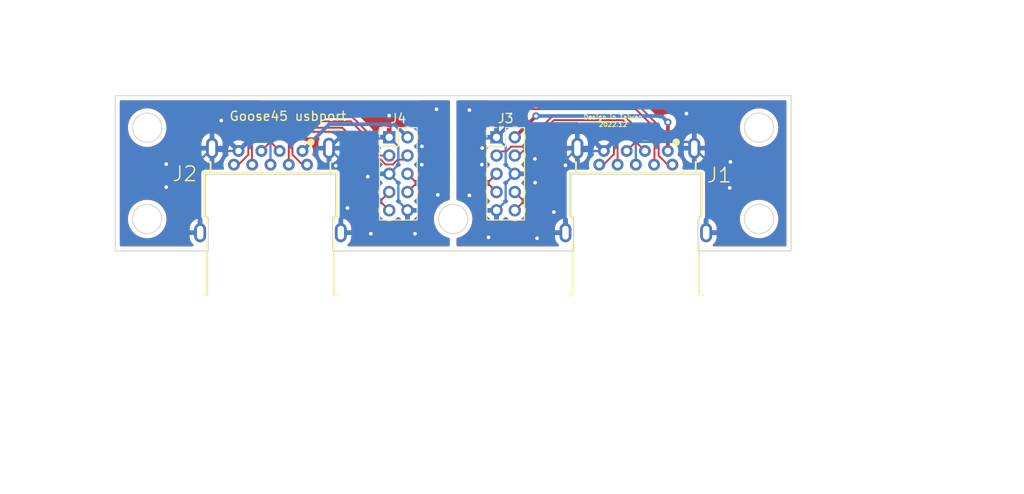
<source format=kicad_pcb>
(kicad_pcb (version 20211014) (generator pcbnew)
  (layers (0 "F.Cu" signal) (31 "B.Cu" signal) (34 "B.Paste" user) (35 "F.Paste" user) (36 "B.SilkS" user "B.Silkscreen") (37 "F.SilkS" user "F.Silkscreen") (38 "B.Mask" user) (39 "F.Mask" user) (44 "Edge.Cuts" user))
  (net 0 "")
  (net 1 "J1_D-")
  (net 2 "J1_D+")
  (net 3 "J1_STDA_SSRX-")
  (net 4 "J1_STDA_SSRX+")
  (net 5 "J1_STDA_SSTX-")
  (net 6 "J1_STDA_SSTX+")
  (net 7 "J2_D-")
  (net 8 "J2_D+")
  (net 9 "J2_STDA_SSRX-")
  (net 10 "J2_STDA_SSRX+")
  (net 11 "J2_STDA_SSTX-")
  (net 12 "J2_STDA_SSTX+")
  (net 13 "J1_VBUS")
  (net 14 "J1_GND")
  (net 15 "J2_VBUS")
  (net 16 "J2_GND")
  (footprint "usb3.0:GCT_USB1110_goose45_usbport" (layer "F.Cu") (at 150 45)
    (fp_text reference "J1" (at 9.14 -6.3) (layer "F.SilkS") (effects (font (size 1.602512 1.602512))))
    (fp_text value "USB1110-XX-X_REVA" hide)
    (fp_line (start 6.934 6.858) (end 6.934 1.016) (layer "F.SilkS") (width 0.2))
    (fp_line (start 6.553 -6.528) (end 7.239 -6.528) (layer "F.SilkS") (width 0.2))
    (fp_line (start -6.553 -6.528) (end 6.553 -6.528) (layer "F.SilkS") (width 0.2))
    (fp_line (start 6.934 -1.549) (end 7.239 -1.854) (layer "F.SilkS") (width 0.2))
    (fp_line (start -7.366 6.858) (end -6.934 6.858) (layer "F.SilkS") (width 0.2))
    (fp_line (start -7.239 -6.528) (end -6.553 -6.528) (layer "F.SilkS") (width 0.2))
    (fp_line (start -6.934 -1.016) (end -6.934 -1.549) (layer "F.SilkS") (width 0.2))
    (fp_line (start -7.239 -1.854) (end -7.239 -6.528) (layer "F.SilkS") (width 0.2))
    (fp_line (start -7.239 -1.854) (end -6.934 -1.549) (layer "F.SilkS") (width 0.2))
    (fp_line (start 6.934 6.858) (end 7.366 6.858) (layer "F.SilkS") (width 0.2))
    (fp_line (start 6.553 -6.528) (end 6.5532 -7.747) (layer "F.SilkS") (width 0.2))
    (fp_line (start -6.553 -6.528) (end -6.553 -7.747) (layer "F.SilkS") (width 0.2))
    (fp_line (start 6.934 -1.016) (end 6.934 -1.549) (layer "F.SilkS") (width 0.2))
    (fp_line (start -6.934 6.858) (end -6.934 1.016) (layer "F.SilkS") (width 0.2))
    (fp_line (start 7.239 -1.854) (end 7.239 -6.528) (layer "F.SilkS") (width 0.2))
    (fp_circle (center 4.4196 -9.906) (end 4.6228 -9.906) (layer "F.SilkS") (width 0.4) (fill none))
    (fp_line (start 6.807 2) (end 6.807 -1.6) (layer "Edge.Cuts") (width 0.1))
    (fp_line (start -6.807 2) (end -8.7376 2) (layer "Edge.Cuts") (width 0.1))
    (fp_line (start -7.112 -6.401) (end 7.112 -6.401) (layer "Edge.Cuts") (width 0.1))
    (fp_line (start -7.112 -1.905) (end -7.112 -6.401) (layer "Edge.Cuts") (width 0.1))
    (fp_line (start -6.807 2) (end -6.807 -1.6) (layer "Edge.Cuts") (width 0.1))
    (fp_line (start 6.807 -1.6) (end 7.112 -1.905) (layer "Edge.Cuts") (width 0.1))
    (fp_line (start 7.112 -1.905) (end 7.112 -6.401) (layer "Edge.Cuts") (width 0.1))
    (fp_line (start -7.112 -1.905) (end -6.807 -1.6) (layer "Edge.Cuts") (width 0.1))
    (fp_line (start 6.807 2) (end 8.7376 2) (layer "Edge.Cuts") (width 0.1))
    (pad "1" thru_hole circle locked (at 3.5 -8.95) (size 1.3 1.3) (drill 0.7) (layers *.Cu *.Mask) (net 13 "J1_VBUS"))
    (pad "2" thru_hole circle locked (at 1 -8.95) (size 1.3 1.3) (drill 0.7) (layers *.Cu *.Mask) (net 1 "J1_D-"))
    (pad "3" thru_hole circle locked (at -1 -8.95) (size 1.3 1.3) (drill 0.7) (layers *.Cu *.Mask) (net 2 "J1_D+"))
    (pad "4" thru_hole circle locked (at -3.5 -8.95) (size 1.3 1.3) (drill 0.7) (layers *.Cu *.Mask) (net 14 "J1_GND"))
    (pad "5" thru_hole circle locked (at -4 -7.45) (size 1.3 1.3) (drill 0.7) (layers *.Cu *.Mask) (net 3 "J1_STDA_SSRX-"))
    (pad "6" thru_hole circle locked (at -2 -7.45) (size 1.3 1.3) (drill 0.7) (layers *.Cu *.Mask) (net 4 "J1_STDA_SSRX+"))
    (pad "7" thru_hole circle locked (at 0 -7.45) (size 1.3 1.3) (drill 0.7) (layers *.Cu *.Mask) (net 14 "J1_GND"))
    (pad "8" thru_hole circle locked (at 2 -7.45) (size 1.3 1.3) (drill 0.7) (layers *.Cu *.Mask) (net 5 "J1_STDA_SSTX-"))
    (pad "9" thru_hole circle locked (at 4 -7.45) (size 1.3 1.3) (drill 0.7) (layers *.Cu *.Mask) (net 6 "J1_STDA_SSTX+"))
    (pad "10" smd rect locked (at 6.22 -10.16) (size 0.1 0.1) (layers "F.Cu") (net 14 "J1_GND"))
    (pad "10" thru_hole oval locked (at -6.4 -9.25) (size 1.3 2.3) (drill oval 0.7 1.7) (layers *.Cu *.Mask) (net 14 "J1_GND"))
    (pad "11" smd rect locked (at -6.27 -10.17) (size 0.1 0.1) (layers "F.Cu") (net 14 "J1_GND"))
    (pad "11" thru_hole oval locked (at 6.4 -9.25) (size 1.3 2.3) (drill oval 0.7 1.7) (layers *.Cu *.Mask) (net 14 "J1_GND"))
    (pad "12" thru_hole oval locked (at -7.7 0) (size 1.3 2.1) (drill oval 0.7 1.5) (layers *.Cu *.Mask) (net 14 "J1_GND"))
    (pad "13" thru_hole oval locked (at 7.7 0) (size 1.3 2.1) (drill oval 0.7 1.5) (layers *.Cu *.Mask) (net 14 "J1_GND"))
  )
  (footprint "Connector_PinHeader_2.00mm:PinHeader_2x05_P2.00mm_Vertical" (layer "F.Cu") (at 123 34.55)
    (fp_text reference "J4" (at 1 -2.06) (layer "F.SilkS"))
    (fp_text value "Conn_01x10_Male" hide)
    (fp_line (start 3.06 -1.06) (end 3.06 9.06) (layer "F.SilkS") (width 0.12))
    (fp_line (start 1 1) (end 1 -1.06) (layer "F.SilkS") (width 0.12))
    (fp_line (start -1.06 1) (end -1.06 9.06) (layer "F.SilkS") (width 0.12))
    (fp_line (start -1.06 -1.06) (end 0 -1.06) (layer "F.SilkS") (width 0.12))
    (fp_line (start -1.06 9.06) (end 3.06 9.06) (layer "F.SilkS") (width 0.12))
    (fp_line (start -1.06 1) (end 1 1) (layer "F.SilkS") (width 0.12))
    (fp_line (start 1 -1.06) (end 3.06 -1.06) (layer "F.SilkS") (width 0.12))
    (fp_line (start -1.06 0) (end -1.06 -1.06) (layer "F.SilkS") (width 0.12))
    (pad "1" thru_hole rect (at 0 0) (size 1.35 1.35) (drill 0.8) (layers *.Cu *.Mask) (net 16 "J2_GND"))
    (pad "2" thru_hole oval (at 2 0) (size 1.35 1.35) (drill 0.8) (layers *.Cu *.Mask) (net 15 "J2_VBUS"))
    (pad "3" thru_hole oval (at 0 2) (size 1.35 1.35) (drill 0.8) (layers *.Cu *.Mask) (net 8 "J2_D+"))
    (pad "4" thru_hole oval (at 2 2) (size 1.35 1.35) (drill 0.8) (layers *.Cu *.Mask) (net 7 "J2_D-"))
    (pad "5" thru_hole oval (at 0 4) (size 1.35 1.35) (drill 0.8) (layers *.Cu *.Mask) (net 16 "J2_GND"))
    (pad "6" thru_hole oval (at 2 4) (size 1.35 1.35) (drill 0.8) (layers *.Cu *.Mask) (net 10 "J2_STDA_SSRX+"))
    (pad "7" thru_hole oval (at 0 6) (size 1.35 1.35) (drill 0.8) (layers *.Cu *.Mask) (net 11 "J2_STDA_SSTX-"))
    (pad "8" thru_hole oval (at 2 6) (size 1.35 1.35) (drill 0.8) (layers *.Cu *.Mask) (net 9 "J2_STDA_SSRX-"))
    (pad "9" thru_hole oval (at 0 8) (size 1.35 1.35) (drill 0.8) (layers *.Cu *.Mask) (net 12 "J2_STDA_SSTX+"))
    (pad "10" thru_hole oval (at 2 8) (size 1.35 1.35) (drill 0.8) (layers *.Cu *.Mask) (net 16 "J2_GND"))
  )
  (footprint "usb3.0:GCT_USB1110_goose45_usbport" (layer "F.Cu") (at 110 45)
    (fp_text reference "J2" (at -9.39 -6.44) (layer "F.SilkS") (effects (font (size 1.602512 1.602512))))
    (fp_text value "USB1110-XX-X_REVA" hide)
    (fp_line (start 6.934 -1.549) (end 7.239 -1.854) (layer "F.SilkS") (width 0.2))
    (fp_line (start 6.934 -1.016) (end 6.934 -1.549) (layer "F.SilkS") (width 0.2))
    (fp_line (start -7.239 -1.854) (end -6.934 -1.549) (layer "F.SilkS") (width 0.2))
    (fp_line (start 6.553 -6.528) (end 7.239 -6.528) (layer "F.SilkS") (width 0.2))
    (fp_line (start -6.934 6.858) (end -6.934 1.016) (layer "F.SilkS") (width 0.2))
    (fp_line (start 7.239 -1.854) (end 7.239 -6.528) (layer "F.SilkS") (width 0.2))
    (fp_line (start -6.553 -6.528) (end 6.553 -6.528) (layer "F.SilkS") (width 0.2))
    (fp_line (start -6.553 -6.528) (end -6.553 -7.747) (layer "F.SilkS") (width 0.2))
    (fp_line (start -7.366 6.858) (end -6.934 6.858) (layer "F.SilkS") (width 0.2))
    (fp_line (start -6.934 -1.016) (end -6.934 -1.549) (layer "F.SilkS") (width 0.2))
    (fp_line (start 6.934 6.858) (end 7.366 6.858) (layer "F.SilkS") (width 0.2))
    (fp_line (start -7.239 -6.528) (end -6.553 -6.528) (layer "F.SilkS") (width 0.2))
    (fp_line (start 6.553 -6.528) (end 6.5532 -7.747) (layer "F.SilkS") (width 0.2))
    (fp_line (start 6.934 6.858) (end 6.934 1.016) (layer "F.SilkS") (width 0.2))
    (fp_line (start -7.239 -1.854) (end -7.239 -6.528) (layer "F.SilkS") (width 0.2))
    (fp_circle (center 4.4196 -9.906) (end 4.6228 -9.906) (layer "F.SilkS") (width 0.4) (fill none))
    (fp_line (start 6.807 2) (end 6.807 -1.6) (layer "Edge.Cuts") (width 0.1))
    (fp_line (start -6.807 2) (end -6.807 -1.6) (layer "Edge.Cuts") (width 0.1))
    (fp_line (start 7.112 -1.905) (end 7.112 -6.401) (layer "Edge.Cuts") (width 0.1))
    (fp_line (start -6.807 2) (end -8.7376 2) (layer "Edge.Cuts") (width 0.1))
    (fp_line (start -7.112 -6.401) (end 7.112 -6.401) (layer "Edge.Cuts") (width 0.1))
    (fp_line (start 6.807 2) (end 8.7376 2) (layer "Edge.Cuts") (width 0.1))
    (fp_line (start -7.112 -1.905) (end -6.807 -1.6) (layer "Edge.Cuts") (width 0.1))
    (fp_line (start -7.112 -1.905) (end -7.112 -6.401) (layer "Edge.Cuts") (width 0.1))
    (fp_line (start 6.807 -1.6) (end 7.112 -1.905) (layer "Edge.Cuts") (width 0.1))
    (pad "1" thru_hole circle locked (at 3.5 -8.95) (size 1.3 1.3) (drill 0.7) (layers *.Cu *.Mask) (net 15 "J2_VBUS"))
    (pad "2" thru_hole circle locked (at 1 -8.95) (size 1.3 1.3) (drill 0.7) (layers *.Cu *.Mask) (net 7 "J2_D-"))
    (pad "3" thru_hole circle locked (at -1 -8.95) (size 1.3 1.3) (drill 0.7) (layers *.Cu *.Mask) (net 8 "J2_D+"))
    (pad "4" thru_hole circle locked (at -3.5 -8.95) (size 1.3 1.3) (drill 0.7) (layers *.Cu *.Mask) (net 16 "J2_GND"))
    (pad "5" thru_hole circle locked (at -4 -7.45) (size 1.3 1.3) (drill 0.7) (layers *.Cu *.Mask) (net 9 "J2_STDA_SSRX-"))
    (pad "6" thru_hole circle locked (at -2 -7.45) (size 1.3 1.3) (drill 0.7) (layers *.Cu *.Mask) (net 10 "J2_STDA_SSRX+"))
    (pad "7" thru_hole circle locked (at 0 -7.45) (size 1.3 1.3) (drill 0.7) (layers *.Cu *.Mask) (net 16 "J2_GND"))
    (pad "8" thru_hole circle locked (at 2 -7.45) (size 1.3 1.3) (drill 0.7) (layers *.Cu *.Mask) (net 11 "J2_STDA_SSTX-"))
    (pad "9" thru_hole circle locked (at 4 -7.45) (size 1.3 1.3) (drill 0.7) (layers *.Cu *.Mask) (net 12 "J2_STDA_SSTX+"))
    (pad "10" smd rect locked (at 6.22 -10.16) (size 0.1 0.1) (layers "F.Cu") (net 16 "J2_GND"))
    (pad "10" thru_hole oval locked (at -6.4 -9.25) (size 1.3 2.3) (drill oval 0.7 1.7) (layers *.Cu *.Mask) (net 16 "J2_GND"))
    (pad "11" smd rect locked (at -6.27 -10.17) (size 0.1 0.1) (layers "F.Cu") (net 16 "J2_GND"))
    (pad "11" thru_hole oval locked (at 6.4 -9.25) (size 1.3 2.3) (drill oval 0.7 1.7) (layers *.Cu *.Mask) (net 16 "J2_GND"))
    (pad "12" thru_hole oval locked (at -7.7 0) (size 1.3 2.1) (drill oval 0.7 1.5) (layers *.Cu *.Mask) (net 16 "J2_GND"))
    (pad "13" thru_hole oval locked (at 7.7 0) (size 1.3 2.1) (drill oval 0.7 1.5) (layers *.Cu *.Mask) (net 16 "J2_GND"))
  )
  (footprint "Connector_PinHeader_2.00mm:PinHeader_2x05_P2.00mm_Vertical" (layer "F.Cu") (at 134.75 34.55)
    (fp_text reference "J3" (at 1 -2.06) (layer "F.SilkS"))
    (fp_text value "Conn_01x10_Male" hide)
    (fp_line (start -1.06 -1.06) (end 0 -1.06) (layer "F.SilkS") (width 0.12))
    (fp_line (start -1.06 0) (end -1.06 -1.06) (layer "F.SilkS") (width 0.12))
    (fp_line (start -1.06 9.06) (end 3.06 9.06) (layer "F.SilkS") (width 0.12))
    (fp_line (start -1.06 1) (end -1.06 9.06) (layer "F.SilkS") (width 0.12))
    (fp_line (start 3.06 -1.06) (end 3.06 9.06) (layer "F.SilkS") (width 0.12))
    (fp_line (start -1.06 1) (end 1 1) (layer "F.SilkS") (width 0.12))
    (fp_line (start 1 -1.06) (end 3.06 -1.06) (layer "F.SilkS") (width 0.12))
    (fp_line (start 1 1) (end 1 -1.06) (layer "F.SilkS") (width 0.12))
    (pad "1" thru_hole rect (at 0 0) (size 1.35 1.35) (drill 0.8) (layers *.Cu *.Mask) (net 14 "J1_GND"))
    (pad "2" thru_hole oval (at 2 0) (size 1.35 1.35) (drill 0.8) (layers *.Cu *.Mask) (net 13 "J1_VBUS"))
    (pad "3" thru_hole oval (at 0 2) (size 1.35 1.35) (drill 0.8) (layers *.Cu *.Mask) (net 1 "J1_D-"))
    (pad "4" thru_hole oval (at 2 2) (size 1.35 1.35) (drill 0.8) (layers *.Cu *.Mask) (net 2 "J1_D+"))
    (pad "5" thru_hole oval (at 0 4) (size 1.35 1.35) (drill 0.8) (layers *.Cu *.Mask) (net 5 "J1_STDA_SSTX-"))
    (pad "6" thru_hole oval (at 2 4) (size 1.35 1.35) (drill 0.8) (layers *.Cu *.Mask) (net 14 "J1_GND"))
    (pad "7" thru_hole oval (at 0 6) (size 1.35 1.35) (drill 0.8) (layers *.Cu *.Mask) (net 6 "J1_STDA_SSTX+"))
    (pad "8" thru_hole oval (at 2 6) (size 1.35 1.35) (drill 0.8) (layers *.Cu *.Mask) (net 4 "J1_STDA_SSRX+"))
    (pad "9" thru_hole oval (at 0 8) (size 1.35 1.35) (drill 0.8) (layers *.Cu *.Mask) (net 14 "J1_GND"))
    (pad "10" thru_hole oval (at 2 8) (size 1.35 1.35) (drill 0.8) (layers *.Cu *.Mask) (net 3 "J1_STDA_SSRX-"))
  )
  (gr_line (start 93 30) (end 167 30) (layer "Edge.Cuts") (width 0.1))
  (gr_line (start 167 47) (end 167 30) (layer "Edge.Cuts") (width 0.1))
  (gr_circle (center 130 43.5) (end 131.6 43.5) (layer "Edge.Cuts") (width 0.1) (fill none))
  (gr_line locked (start 158.7376 47) (end 167 47) (layer "Edge.Cuts") (width 0.1))
  (gr_circle locked (center 96.5 43.5) (end 98.1 43.5) (layer "Edge.Cuts") (width 0.1) (fill none))
  (gr_line locked (start 93 47) (end 101.2624 47) (layer "Edge.Cuts") (width 0.1))
  (gr_circle locked (center 163.5 43.5) (end 165.1 43.5) (layer "Edge.Cuts") (width 0.1) (fill none))
  (gr_circle locked (center 163.5 33.5) (end 165.1 33.5) (layer "Edge.Cuts") (width 0.1) (fill none))
  (gr_line (start 93 47) (end 93 30) (layer "Edge.Cuts") (width 0.1))
  (gr_circle locked (center 96.5 33.5) (end 98.1 33.5) (layer "Edge.Cuts") (width 0.1) (fill none))
  (gr_line locked (start 118.7376 47) (end 141.2624 47) (layer "Edge.Cuts") (width 0.1))
  (gr_text "Design in Taiwan\n2022.12" (at 147.51 32.75) (layer "F.SilkS") (effects (font (size 0.5 0.5) (thickness 0.1))))
  (gr_text "Goose45 usbport" (at 111.91 32.24) (layer "F.SilkS") (effects (font (size 1 1))))
  (segment (start 134.75 36.55) (end 135.2 36.1) (width 0.2) (layer "F.Cu") (net 1))
  (segment (start 135.2 36.1) (end 135.821141 36.1) (width 0.2) (layer "F.Cu") (net 1))
  (segment (start 140.8855 32.2245) (end 148.7627 32.2245) (width 0.2) (layer "F.Cu") (net 1))
  (segment (start 135.821141 36.1) (end 136.346141 35.575) (width 0.2) (layer "F.Cu") (net 1))
  (segment (start 150.225001 35.275001) (end 151 36.05) (width 0.2) (layer "F.Cu") (net 1))
  (segment (start 150.225001 33.686801) (end 150.225001 35.275001) (width 0.2) (layer "F.Cu") (net 1))
  (segment (start 136.346141 35.575) (end 137.535 35.575) (width 0.2) (layer "F.Cu") (net 1))
  (segment (start 148.7627 32.2245) (end 150.225001 33.686801) (width 0.2) (layer "F.Cu") (net 1))
  (segment (start 137.535 35.575) (end 140.8855 32.2245) (width 0.2) (layer "F.Cu") (net 1))
  (segment (start 136.75 36.55) (end 137.16 36.55) (width 0.2) (layer "F.Cu") (net 2))
  (segment (start 149.774999 35.275001) (end 149 36.05) (width 0.2) (layer "F.Cu") (net 2))
  (segment (start 141.0355 32.6745) (end 148.5763 32.6745) (width 0.2) (layer "F.Cu") (net 2))
  (segment (start 137.16 36.55) (end 141.0355 32.6745) (width 0.2) (layer "F.Cu") (net 2))
  (segment (start 149.774999 33.873199) (end 149.774999 35.275001) (width 0.2) (layer "F.Cu") (net 2))
  (segment (start 148.5763 32.6745) (end 149.774999 33.873199) (width 0.2) (layer "F.Cu") (net 2))
  (segment (start 137.524999 41.775001) (end 136.75 42.55) (width 0.2) (layer "F.Cu") (net 3))
  (segment (start 146.2618 34.09) (end 142.3382 34.09) (width 0.2) (layer "F.Cu") (net 3))
  (segment (start 139.793199 41.775001) (end 137.524999 41.775001) (width 0.2) (layer "F.Cu") (net 3))
  (segment (start 147.6 35.4282) (end 146.2618 34.09) (width 0.2) (layer "F.Cu") (net 3))
  (segment (start 141.165 35.2632) (end 141.165 40.4032) (width 0.2) (layer "F.Cu") (net 3))
  (segment (start 146.46 37.55) (end 147.6 36.41) (width 0.2) (layer "F.Cu") (net 3))
  (segment (start 142.3382 34.09) (end 141.165 35.2632) (width 0.2) (layer "F.Cu") (net 3))
  (segment (start 147.6 36.41) (end 147.6 35.4282) (width 0.2) (layer "F.Cu") (net 3))
  (segment (start 146 37.55) (end 146.46 37.55) (width 0.2) (layer "F.Cu") (net 3))
  (segment (start 141.165 40.4032) (end 139.793199 41.775001) (width 0.2) (layer "F.Cu") (net 3))
  (segment (start 146.4982 33.69) (end 142.1018 33.69) (width 0.2) (layer "F.Cu") (net 4))
  (segment (start 140.715 35.0768) (end 140.715 40.2168) (width 0.2) (layer "F.Cu") (net 4))
  (segment (start 142.1018 33.69) (end 140.715 35.0768) (width 0.2) (layer "F.Cu") (net 4))
  (segment (start 140.715 40.2168) (end 139.606801 41.324999) (width 0.2) (layer "F.Cu") (net 4))
  (segment (start 137.524999 41.324999) (end 136.75 40.55) (width 0.2) (layer "F.Cu") (net 4))
  (segment (start 148 35.1918) (end 146.4982 33.69) (width 0.2) (layer "F.Cu") (net 4))
  (segment (start 139.606801 41.324999) (end 137.524999 41.324999) (width 0.2) (layer "F.Cu") (net 4))
  (segment (start 148 37.55) (end 148 35.1918) (width 0.2) (layer "F.Cu") (net 4))
  (segment (start 134.6082 31.47) (end 149.99 31.47) (width 0.2) (layer "F.Cu") (net 5))
  (segment (start 152.04 37.51) (end 152 37.55) (width 0.2) (layer "F.Cu") (net 5))
  (segment (start 133.975001 39.324999) (end 132.813199 39.324999) (width 0.2) (layer "F.Cu") (net 5))
  (segment (start 132.813199 39.324999) (end 132.085 38.5968) (width 0.2) (layer "F.Cu") (net 5))
  (segment (start 132.085 38.5968) (end 132.085 33.9932) (width 0.2) (layer "F.Cu") (net 5))
  (segment (start 134.75 38.55) (end 133.975001 39.324999) (width 0.2) (layer "F.Cu") (net 5))
  (segment (start 132.085 33.9932) (end 134.6082 31.47) (width 0.2) (layer "F.Cu") (net 5))
  (segment (start 149.99 31.47) (end 152.04 33.52) (width 0.2) (layer "F.Cu") (net 5))
  (segment (start 152.04 33.52) (end 152.04 37.51) (width 0.2) (layer "F.Cu") (net 5))
  (segment (start 152.500019 36.560019) (end 153.49 37.55) (width 0.2) (layer "F.Cu") (net 6))
  (segment (start 150.23 31.02) (end 152.500019 33.290019) (width 0.2) (layer "F.Cu") (net 6))
  (segment (start 134.4218 31.02) (end 150.23 31.02) (width 0.2) (layer "F.Cu") (net 6))
  (segment (start 134.75 40.55) (end 133.975001 39.775001) (width 0.2) (layer "F.Cu") (net 6))
  (segment (start 132.626801 39.775001) (end 131.635 38.7832) (width 0.2) (layer "F.Cu") (net 6))
  (segment (start 131.635 38.7832) (end 131.635 33.8068) (width 0.2) (layer "F.Cu") (net 6))
  (segment (start 133.975001 39.775001) (end 132.626801 39.775001) (width 0.2) (layer "F.Cu") (net 6))
  (segment (start 153.49 37.55) (end 154 37.55) (width 0.2) (layer "F.Cu") (net 6))
  (segment (start 152.500019 33.290019) (end 152.500019 36.560019) (width 0.2) (layer "F.Cu") (net 6))
  (segment (start 131.635 33.8068) (end 134.4218 31.02) (width 0.2) (layer "F.Cu") (net 6))
  (segment (start 122.596141 37.525) (end 123.403859 37.525) (width 0.2) (layer "F.Cu") (net 7))
  (segment (start 122.071141 37) (end 122.596141 37.525) (width 0.2) (layer "F.Cu") (net 7))
  (segment (start 120.185 34.1932) (end 120.185 35.9232) (width 0.2) (layer "F.Cu") (net 7))
  (segment (start 124.55 37) (end 125 36.55) (width 0.2) (layer "F.Cu") (net 7))
  (segment (start 123.928859 37) (end 124.55 37) (width 0.2) (layer "F.Cu") (net 7))
  (segment (start 121.2618 37) (end 122.071141 37) (width 0.2) (layer "F.Cu") (net 7))
  (segment (start 110.225001 35.275001) (end 110.225001 33.443199) (width 0.2) (layer "F.Cu") (net 7))
  (segment (start 110.225001 33.443199) (end 110.8632 32.805) (width 0.2) (layer "F.Cu") (net 7))
  (segment (start 118.7968 32.805) (end 120.185 34.1932) (width 0.2) (layer "F.Cu") (net 7))
  (segment (start 111 36.05) (end 110.225001 35.275001) (width 0.2) (layer "F.Cu") (net 7))
  (segment (start 120.185 35.9232) (end 121.2618 37) (width 0.2) (layer "F.Cu") (net 7))
  (segment (start 123.403859 37.525) (end 123.928859 37) (width 0.2) (layer "F.Cu") (net 7))
  (segment (start 110.8632 32.805) (end 118.7968 32.805) (width 0.2) (layer "F.Cu") (net 7))
  (segment (start 109 36.05) (end 109.774999 35.275001) (width 0.2) (layer "F.Cu") (net 8))
  (segment (start 109.774999 35.275001) (end 109.774999 33.256801) (width 0.2) (layer "F.Cu") (net 8))
  (segment (start 121.4482 36.55) (end 123 36.55) (width 0.2) (layer "F.Cu") (net 8))
  (segment (start 118.9832 32.355) (end 120.635 34.0068) (width 0.2) (layer "F.Cu") (net 8))
  (segment (start 120.635 34.0068) (end 120.635 35.7368) (width 0.2) (layer "F.Cu") (net 8))
  (segment (start 110.6768 32.355) (end 118.9832 32.355) (width 0.2) (layer "F.Cu") (net 8))
  (segment (start 109.774999 33.256801) (end 110.6768 32.355) (width 0.2) (layer "F.Cu") (net 8))
  (segment (start 120.635 35.7368) (end 121.4482 36.55) (width 0.2) (layer "F.Cu") (net 8))
  (segment (start 125.655 30.985) (end 109.6268 30.985) (width 0.2) (layer "F.Cu") (net 9))
  (segment (start 107.57 33.0418) (end 107.57 36.47) (width 0.2) (layer "F.Cu") (net 9))
  (segment (start 106.49 37.55) (end 106 37.55) (width 0.2) (layer "F.Cu") (net 9))
  (segment (start 128.155 33.485) (end 125.655 30.985) (width 0.2) (layer "F.Cu") (net 9))
  (segment (start 109.6268 30.985) (end 107.57 33.0418) (width 0.2) (layer "F.Cu") (net 9))
  (segment (start 127.344999 39.775001) (end 128.155 38.965) (width 0.2) (layer "F.Cu") (net 9))
  (segment (start 128.155 38.965) (end 128.155 33.485) (width 0.2) (layer "F.Cu") (net 9))
  (segment (start 125 40.55) (end 125.774999 39.775001) (width 0.2) (layer "F.Cu") (net 9))
  (segment (start 125.774999 39.775001) (end 127.344999 39.775001) (width 0.2) (layer "F.Cu") (net 9))
  (segment (start 107.57 36.47) (end 106.49 37.55) (width 0.2) (layer "F.Cu") (net 9))
  (segment (start 125 38.55) (end 125.774999 39.324999) (width 0.2) (layer "F.Cu") (net 10))
  (segment (start 107.97 37.52) (end 108 37.55) (width 0.2) (layer "F.Cu") (net 10))
  (segment (start 127.165001 39.324999) (end 127.705 38.785) (width 0.2) (layer "F.Cu") (net 10))
  (segment (start 107.97 33.2782) (end 107.97 37.52) (width 0.2) (layer "F.Cu") (net 10))
  (segment (start 109.8132 31.435) (end 107.97 33.2782) (width 0.2) (layer "F.Cu") (net 10))
  (segment (start 127.705 38.785) (end 127.705 33.695) (width 0.2) (layer "F.Cu") (net 10))
  (segment (start 125.445 31.435) (end 109.8132 31.435) (width 0.2) (layer "F.Cu") (net 10))
  (segment (start 127.705 33.695) (end 125.445 31.435) (width 0.2) (layer "F.Cu") (net 10))
  (segment (start 125.774999 39.324999) (end 127.165001 39.324999) (width 0.2) (layer "F.Cu") (net 10))
  (segment (start 120.573199 41.324999) (end 118.945 39.6968) (width 0.2) (layer "F.Cu") (net 11))
  (segment (start 122.225001 41.324999) (end 120.573199 41.324999) (width 0.2) (layer "F.Cu") (net 11))
  (segment (start 118.945 39.6968) (end 118.945 34.5868) (width 0.2) (layer "F.Cu") (net 11))
  (segment (start 123 40.55) (end 122.225001 41.324999) (width 0.2) (layer "F.Cu") (net 11))
  (segment (start 112 34.47) (end 112 37.55) (width 0.2) (layer "F.Cu") (net 11))
  (segment (start 112.965 33.505) (end 112 34.47) (width 0.2) (layer "F.Cu") (net 11))
  (segment (start 118.945 34.5868) (end 117.8632 33.505) (width 0.2) (layer "F.Cu") (net 11))
  (segment (start 117.8632 33.505) (end 112.965 33.505) (width 0.2) (layer "F.Cu") (net 11))
  (segment (start 120.386801 41.775001) (end 118.495 39.8832) (width 0.2) (layer "F.Cu") (net 12))
  (segment (start 112.4 36.45) (end 113.5 37.55) (width 0.2) (layer "F.Cu") (net 12))
  (segment (start 113.5 37.55) (end 114 37.55) (width 0.2) (layer "F.Cu") (net 12))
  (segment (start 123 42.55) (end 122.225001 41.775001) (width 0.2) (layer "F.Cu") (net 12))
  (segment (start 122.225001 41.775001) (end 120.386801 41.775001) (width 0.2) (layer "F.Cu") (net 12))
  (segment (start 118.495 39.8832) (end 118.495 34.7732) (width 0.2) (layer "F.Cu") (net 12))
  (segment (start 118.495 34.7732) (end 117.6768 33.955) (width 0.2) (layer "F.Cu") (net 12))
  (segment (start 113.145 33.955) (end 112.4 34.7) (width 0.2) (layer "F.Cu") (net 12))
  (segment (start 112.4 34.7) (end 112.4 36.45) (width 0.2) (layer "F.Cu") (net 12))
  (segment (start 117.6768 33.955) (end 113.145 33.955) (width 0.2) (layer "F.Cu") (net 12))
  (segment (start 139.07 32.22) (end 139.07 32.23) (width 0.4) (layer "F.Cu") (net 13))
  (segment (start 153.51 36.04) (end 153.5 36.05) (width 0.4) (layer "F.Cu") (net 13))
  (segment (start 153.51 32.91) (end 153.51 36.04) (width 0.4) (layer "F.Cu") (net 13))
  (segment (start 139.07 32.23) (end 136.75 34.55) (width 0.4) (layer "F.Cu") (net 13))
  (via (at 139.07 32.22) (size 0.8) (drill 0.4) (layers "F.Cu" "B.Cu") (net 13))
  (via (at 153.51 32.91) (size 0.8) (drill 0.4) (layers "F.Cu" "B.Cu") (net 13))
  (segment (start 139.07 32.22) (end 152.82 32.22) (width 0.4) (layer "B.Cu") (net 13))
  (segment (start 152.82 32.22) (end 153.51 32.91) (width 0.4) (layer "B.Cu") (net 13))
  (via (at 133.15 37.54) (size 0.8) (drill 0.4) (layers "F.Cu" "B.Cu") (net 14))
  (via (at 160.36 37.25) (size 0.8) (drill 0.4) (layers "F.Cu" "B.Cu") (net 14))
  (via (at 133.18 35.73) (size 0.8) (drill 0.4) (layers "F.Cu" "B.Cu") (net 14))
  (via (at 141.03 42.74) (size 0.8) (drill 0.4) (layers "F.Cu" "B.Cu") (net 14))
  (via (at 133.87 45.51) (size 0.8) (drill 0.4) (layers "F.Cu" "B.Cu") (net 14))
  (via (at 131.78 40.92) (size 0.8) (drill 0.4) (layers "F.Cu" "B.Cu") (net 14))
  (via (at 155.54 31.96) (size 0.8) (drill 0.4) (layers "F.Cu" "B.Cu") (net 14))
  (via (at 138.97 39.52) (size 0.8) (drill 0.4) (layers "F.Cu" "B.Cu") (net 14))
  (via (at 131.78 31.57) (size 0.8) (drill 0.4) (layers "F.Cu" "B.Cu") (net 14))
  (via (at 138.95 36.92) (size 0.8) (drill 0.4) (layers "F.Cu" "B.Cu") (net 14))
  (via (at 139.19 45.61) (size 0.8) (drill 0.4) (layers "F.Cu" "B.Cu") (net 14))
  (via (at 142.3 37.62) (size 0.8) (drill 0.4) (layers "F.Cu" "B.Cu") (net 14))
  (via (at 160.28 40.1) (size 0.8) (drill 0.4) (layers "F.Cu" "B.Cu") (net 14))
  (segment (start 142.3 37.62) (end 142.3 37.05) (width 0.25) (layer "B.Cu") (net 14))
  (segment (start 135.75 39.55) (end 136.75 38.55) (width 0.25) (layer "B.Cu") (net 14))
  (segment (start 143.546399 33.096399) (end 136.203601 33.096399) (width 0.4) (layer "B.Cu") (net 14))
  (segment (start 135.75 41.55) (end 135.75 39.55) (width 0.25) (layer "B.Cu") (net 14))
  (segment (start 135.75 37.55) (end 135.75 35.55) (width 0.25) (layer "B.Cu") (net 14))
  (segment (start 142.3 37.05) (end 143.6 35.75) (width 0.25) (layer "B.Cu") (net 14))
  (segment (start 136.203601 33.096399) (end 134.75 34.55) (width 0.4) (layer "B.Cu") (net 14))
  (segment (start 157.7 45) (end 157.7 37.05) (width 0.25) (layer "B.Cu") (net 14))
  (segment (start 142.3 45) (end 142.3 37.62) (width 0.25) (layer "B.Cu") (net 14))
  (segment (start 150 35.12) (end 149.57 34.69) (width 0.25) (layer "B.Cu") (net 14))
  (segment (start 156.4 35.75) (end 155.71 35.06) (width 0.25) (layer "B.Cu") (net 14))
  (segment (start 136.75 38.55) (end 135.75 37.55) (width 0.25) (layer "B.Cu") (net 14))
  (segment (start 149.57 34.69) (end 147.86 34.69) (width 0.25) (layer "B.Cu") (net 14))
  (segment (start 150 37.55) (end 150 35.12) (width 0.25) (layer "B.Cu") (net 14))
  (segment (start 143.546399 33.096399) (end 146.5 36.05) (width 0.4) (layer "B.Cu") (net 14))
  (segment (start 155.71 35.06) (end 149.94 35.06) (width 0.25) (layer "B.Cu") (net 14))
  (segment (start 143.91 36.06) (end 146.49 36.06) (width 0.25) (layer "B.Cu") (net 14))
  (segment (start 135.75 35.55) (end 134.75 34.55) (width 0.25) (layer "B.Cu") (net 14))
  (segment (start 143.6 35.75) (end 143.91 36.06) (width 0.25) (layer "B.Cu") (net 14))
  (segment (start 134.75 42.55) (end 135.75 41.55) (width 0.25) (layer "B.Cu") (net 14))
  (segment (start 147.86 34.69) (end 146.5 36.05) (width 0.25) (layer "B.Cu") (net 14))
  (segment (start 157.7 37.05) (end 156.4 35.75) (width 0.25) (layer "B.Cu") (net 14))
  (segment (start 146.49 36.06) (end 146.5 36.05) (width 0.25) (layer "B.Cu") (net 14))
  (segment (start 113.5 36.05) (end 116.43 33.12) (width 0.4) (layer "B.Cu") (net 15))
  (segment (start 123.57 33.12) (end 125 34.55) (width 0.4) (layer "B.Cu") (net 15))
  (segment (start 116.43 33.12) (end 123.57 33.12) (width 0.4) (layer "B.Cu") (net 15))
  (segment (start 122.99 32.17) (end 123 32.18) (width 0.4) (layer "F.Cu") (net 16))
  (segment (start 123 32.18) (end 123 34.55) (width 0.4) (layer "F.Cu") (net 16))
  (via (at 128.32 40.86) (size 0.8) (drill 0.4) (layers "F.Cu" "B.Cu") (net 16))
  (via (at 128.17 31.48) (size 0.8) (drill 0.4) (layers "F.Cu" "B.Cu") (net 16))
  (via (at 118.43 42.3) (size 0.8) (drill 0.4) (layers "F.Cu" "B.Cu") (net 16))
  (via (at 117.15 37.66) (size 0.8) (drill 0.4) (layers "F.Cu" "B.Cu") (net 16))
  (via (at 98.59 40.01) (size 0.8) (drill 0.4) (layers "F.Cu" "B.Cu") (net 16))
  (via (at 120.99 45.11) (size 0.8) (drill 0.4) (layers "F.Cu" "B.Cu") (net 16))
  (via (at 126.56 37.56) (size 0.8) (drill 0.4) (layers "F.Cu" "B.Cu") (net 16))
  (via (at 125.82 45.12) (size 0.8) (drill 0.4) (layers "F.Cu" "B.Cu") (net 16))
  (via (at 98.59 37.49) (size 0.8) (drill 0.4) (layers "F.Cu" "B.Cu") (net 16))
  (via (at 126.58 35.55) (size 0.8) (drill 0.4) (layers "F.Cu" "B.Cu") (net 16))
  (via (at 120.66 38.86) (size 0.8) (drill 0.4) (layers "F.Cu" "B.Cu") (net 16))
  (via (at 104.61 32.71) (size 0.8) (drill 0.4) (layers "F.Cu" "B.Cu") (net 16))
  (via (at 122.99 32.17) (size 0.8) (drill 0.4) (layers "F.Cu" "B.Cu") (net 16))
  (segment (start 124 35.55) (end 123 34.55) (width 0.25) (layer "B.Cu") (net 16))
  (segment (start 123 38.55) (end 124 37.55) (width 0.25) (layer "B.Cu") (net 16))
  (segment (start 124 41.55) (end 124 39.55) (width 0.25) (layer "B.Cu") (net 16))
  (segment (start 109.95 34.97) (end 107.58 34.97) (width 0.4) (layer "B.Cu") (net 16))
  (segment (start 124 37.55) (end 124 35.55) (width 0.25) (layer "B.Cu") (net 16))
  (segment (start 110 34.96) (end 110.02 34.94) (width 0.25) (layer "B.Cu") (net 16))
  (segment (start 103.6 35.75) (end 103.9 36.05) (width 0.25) (layer "B.Cu") (net 16))
  (segment (start 117.7 37.05) (end 116.4 35.75) (width 0.25) (layer "B.Cu") (net 16))
  (segment (start 125 42.55) (end 124 41.55) (width 0.25) (layer "B.Cu") (net 16))
  (segment (start 103.9 36.05) (end 106.5 36.05) (width 0.25) (layer "B.Cu") (net 16))
  (segment (start 102.3 37.05) (end 103.6 35.75) (width 0.25) (layer "B.Cu") (net 16))
  (segment (start 110 37.55) (end 110 34.96) (width 0.25) (layer "B.Cu") (net 16))
  (segment (start 124 39.55) (end 123 38.55) (width 0.25) (layer "B.Cu") (net 16))
  (segment (start 102.3 45) (end 102.3 37.05) (width 0.25) (layer "B.Cu") (net 16))
  (segment (start 107.58 34.97) (end 106.5 36.05) (width 0.4) (layer "B.Cu") (net 16))
  (segment (start 122.99 32.17) (end 112.75 32.17) (width 0.4) (layer "B.Cu") (net 16))
  (segment (start 117.6 34.55) (end 123 34.55) (width 0.4) (layer "B.Cu") (net 16))
  (segment (start 117.7 45) (end 117.7 37.05) (width 0.25) (layer "B.Cu") (net 16))
  (segment (start 112.75 32.17) (end 109.95 34.97) (width 0.4) (layer "B.Cu") (net 16))
  (segment (start 116.4 35.75) (end 117.6 34.55) (width 0.4) (layer "B.Cu") (net 16))
  (zone (net 16) (net_name "J2_GND") (layers F&B.Cu) (connect_pads (clearance 0.508)) (min_thickness 0.254) (fill yes (thermal_gap 0.508) (thermal_bridge_width 0.508))
    (polygon (pts (xy 129.647637 29.310045) (xy 129.617637 47.680045) (xy 91.555251 47.923297) (xy 91.605251 29.313297)))
  )
  (zone (net 14) (net_name "J1_GND") (layers F&B.Cu) (connect_pads (clearance 0.508)) (min_thickness 0.254) (fill yes (thermal_gap 0.508) (thermal_bridge_width 0.508))
    (polygon (pts (xy 167.883042 29.519259) (xy 168.353042 47.649259) (xy 130.36 47.6) (xy 130.36 29.21)))
  )
)
</source>
